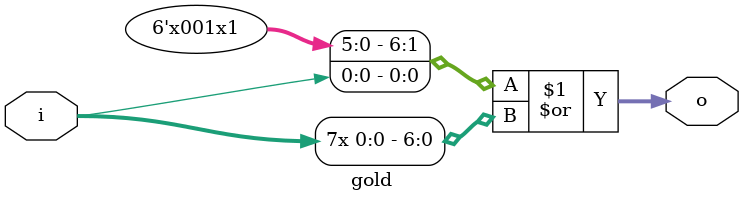
<source format=v>
module gold(input i, output [6:0] o);
assign o = {1'bx, 1'b0, 1'b0, 1'b1, 1'bx, 1'b1, i} | {7{i}};
endmodule

</source>
